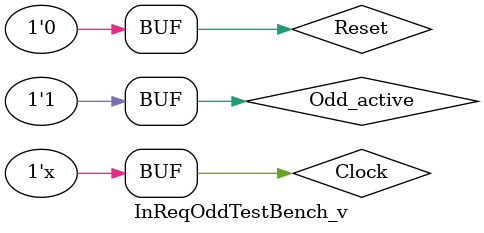
<source format=v>

`timescale		1 ns/1 ps		// Display things in ns, compute them in ps
`define HalfCycle	18.518			// Half of the clock cycle time in nanoseconds
`define Cycle		(`HalfCycle * 2)	// Didn't you learn to multiply?
`define ActiveCycles	65536			// Change this to hold the buttons down for longer!
//-----------------------------------------------------------------------

module InReqOddTestBench_v;

	// Inputs
	reg Clock;
	reg Reset;
	reg Odd_active;
	wire [8:0] Out;

	//---------------------------------------------------------------
	//	Clock Source
	//		This section will generate a clock signal,
	//		turning it on and off according the HalfCycle
	//		time, in this case it will generate a 27MHz clock
	//		THIS COULD NEVER BE SYNTHESIZED
	//---------------------------------------------------------------
	initial Clock =		1'b1;		// We need to start at 1'b0, otherwise clock will always be 1'bx
	always #(`HalfCycle) Clock =	~Clock;	// Every half clock cycle, invert the clock
	//---------------------------------------------------------------

	// Instantiate the Unit Under Test (UUT)
	InReqlineOdd uut (
		.Clock(Clock), 
		.Reset(Reset), 
		.Odd_active(Odd_active), 
		.Out(Out)
	);

	initial begin
		// Initialize Inputs
		
		Reset = 1'b1;
		Odd_active = 1'b0;

		#(`Cycle * 3);
		Reset = 1'b0;
		#(`Cycle);
		Odd_active = 1'b1;
		#(`Cycle*500);

	end
      
endmodule


</source>
